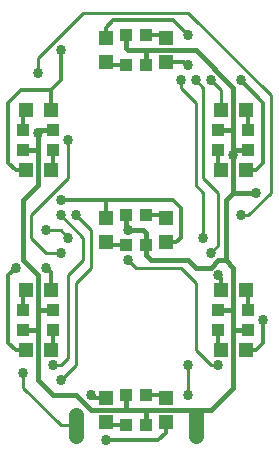
<source format=gtl>
G75*
G70*
%OFA0B0*%
%FSLAX24Y24*%
%IPPOS*%
%LPD*%
%AMOC8*
5,1,8,0,0,1.08239X$1,22.5*
%
%ADD10R,0.0472X0.0472*%
%ADD11R,0.0394X0.0433*%
%ADD12R,0.0433X0.0394*%
%ADD13C,0.0500*%
%ADD14C,0.0120*%
%ADD15C,0.0340*%
%ADD16C,0.0100*%
%ADD17C,0.0160*%
D10*
X012581Y005759D03*
X012581Y006586D03*
X014581Y006586D03*
X014581Y005759D03*
X016418Y008173D03*
X017244Y008173D03*
X017244Y010173D03*
X016418Y010173D03*
X014581Y011759D03*
X014581Y012586D03*
X012581Y012586D03*
X012581Y011759D03*
X010744Y010173D03*
X009918Y010173D03*
X009918Y008173D03*
X010744Y008173D03*
X010744Y014173D03*
X009918Y014173D03*
X009918Y016173D03*
X010744Y016173D03*
X012581Y017759D03*
X012581Y018586D03*
X014581Y018586D03*
X014581Y017759D03*
X016418Y016173D03*
X017244Y016173D03*
X017244Y014173D03*
X016418Y014173D03*
D11*
X016331Y014838D03*
X017331Y014838D03*
X017331Y015507D03*
X016331Y015507D03*
X010831Y015507D03*
X009831Y015507D03*
X009831Y014838D03*
X010831Y014838D03*
X010831Y009507D03*
X009831Y009507D03*
X009831Y008838D03*
X010831Y008838D03*
X016331Y008838D03*
X017331Y008838D03*
X017331Y009507D03*
X016331Y009507D03*
D12*
X013916Y011673D03*
X013246Y011673D03*
X013246Y012673D03*
X013916Y012673D03*
X013916Y017673D03*
X013246Y017673D03*
X013246Y018673D03*
X013916Y018673D03*
X013916Y006673D03*
X013246Y006673D03*
X013246Y005673D03*
X013916Y005673D03*
D13*
X015581Y005323D02*
X015581Y006023D01*
X011581Y006023D02*
X011581Y005323D01*
D14*
X012581Y005173D02*
X014331Y005173D01*
X014581Y005423D01*
X014581Y005759D01*
X013246Y005673D02*
X012581Y005673D01*
X012581Y005759D01*
X012581Y006586D02*
X012168Y006586D01*
X012081Y006673D01*
X013916Y006673D02*
X014581Y006673D01*
X014581Y006586D01*
X016331Y008173D02*
X016331Y008838D01*
X016331Y008173D02*
X016418Y008173D01*
X017244Y008173D02*
X017581Y008173D01*
X017831Y008423D01*
X017831Y009173D01*
X017331Y009507D02*
X017331Y010173D01*
X017244Y010173D01*
X016418Y010173D02*
X016418Y010586D01*
X016331Y010673D01*
X015081Y011923D02*
X014918Y011759D01*
X014581Y011759D01*
X015081Y011923D02*
X015081Y012923D01*
X014831Y013173D01*
X012581Y013173D01*
X011081Y013173D01*
X012581Y013173D02*
X012581Y012673D01*
X013916Y012673D02*
X014581Y012673D01*
X014581Y012586D01*
X013246Y011673D02*
X012581Y011673D01*
X012581Y011759D01*
X010744Y010759D02*
X010581Y010923D01*
X010744Y010759D02*
X010744Y010173D01*
X009918Y010173D02*
X009831Y010173D01*
X009831Y009507D01*
X010831Y008838D02*
X010831Y008173D01*
X010744Y008173D01*
X009918Y008173D02*
X009581Y008173D01*
X009331Y008423D01*
X009331Y010673D01*
X009581Y010923D01*
X009831Y008173D02*
X009918Y008173D01*
X009918Y014173D02*
X009581Y014173D01*
X009331Y014423D01*
X009331Y016423D01*
X009744Y016836D01*
X010744Y016836D01*
X011081Y017173D01*
X011081Y018173D01*
X012581Y018586D02*
X012581Y018923D01*
X012831Y019173D01*
X014831Y019173D01*
X015331Y018673D01*
X014581Y018673D02*
X014581Y018586D01*
X014581Y018673D02*
X013916Y018673D01*
X014581Y017759D02*
X015168Y017759D01*
X015254Y017673D01*
X015331Y017673D01*
X017081Y017173D02*
X017831Y016423D01*
X017831Y014423D01*
X017581Y014173D01*
X017244Y014173D01*
X016418Y014173D02*
X016331Y014173D01*
X016331Y014838D01*
X017331Y015507D02*
X017331Y016173D01*
X017244Y016173D01*
X013246Y017673D02*
X012581Y017673D01*
X012581Y017759D01*
X010744Y016836D02*
X010744Y016173D01*
X009918Y016173D02*
X009831Y016173D01*
X009831Y015507D01*
X010831Y014838D02*
X010831Y014173D01*
X010744Y014173D01*
D15*
X012581Y005173D03*
X012081Y006673D03*
X011081Y007173D03*
X010831Y007673D03*
X009831Y007423D03*
X015331Y007673D03*
X016331Y007673D03*
X015331Y006673D03*
X017831Y009173D03*
X016331Y010673D03*
X016081Y011423D03*
X015831Y011923D03*
X017081Y012673D03*
X017581Y013423D03*
X016831Y014673D03*
X011331Y015173D03*
X010331Y015423D03*
X010331Y017423D03*
X011081Y018173D03*
X015081Y017173D03*
X015581Y017173D03*
X016081Y017173D03*
X017081Y017173D03*
X015331Y017673D03*
X015331Y018673D03*
X011081Y013173D03*
X011081Y012673D03*
X011581Y012673D03*
X010581Y012173D03*
X011331Y011923D03*
X011081Y011423D03*
X010581Y010923D03*
X009581Y010923D03*
X013331Y011173D03*
X013331Y012173D03*
D16*
X012081Y012173D02*
X012081Y010923D01*
X011581Y010423D01*
X011581Y007673D01*
X011081Y007173D01*
X011081Y007673D02*
X010831Y007673D01*
X011081Y007673D02*
X011331Y007923D01*
X011331Y010673D01*
X011831Y011173D01*
X011831Y011923D01*
X011081Y012673D01*
X011581Y012673D02*
X012081Y012173D01*
X011331Y011923D02*
X011081Y012173D01*
X010581Y012173D01*
X010081Y011923D02*
X010081Y012673D01*
X011331Y013923D01*
X011331Y015173D01*
X015081Y016923D02*
X015081Y017173D01*
X015081Y016923D02*
X015581Y016423D01*
X015581Y013673D01*
X015831Y013423D01*
X015831Y011923D01*
X016331Y011673D02*
X016331Y013423D01*
X015831Y013923D01*
X015831Y016923D01*
X015581Y017173D01*
X016081Y017173D02*
X016418Y016836D01*
X016418Y016173D01*
X018081Y016673D02*
X015331Y019423D01*
X011831Y019423D01*
X010331Y017923D01*
X010331Y017423D01*
X018081Y016673D02*
X018081Y013423D01*
X017331Y012673D01*
X017081Y012673D01*
X016331Y011673D02*
X016081Y011423D01*
X015081Y010923D02*
X015581Y010423D01*
X015581Y008173D01*
X016081Y007673D01*
X016331Y007673D01*
X015331Y007673D02*
X015331Y006673D01*
X011581Y005673D02*
X011081Y005673D01*
X009831Y006923D01*
X009831Y007423D01*
X013331Y011173D02*
X013581Y010923D01*
X015081Y010923D01*
X011081Y011423D02*
X010581Y011423D01*
X010081Y011923D01*
D17*
X009831Y011173D02*
X010331Y010673D01*
X010331Y009507D01*
X010331Y008838D01*
X009831Y008838D01*
X010331Y008838D02*
X010331Y007173D01*
X010831Y006673D01*
X011581Y006673D01*
X012081Y006173D01*
X013246Y006173D01*
X013916Y006173D01*
X013916Y005673D01*
X013916Y006173D02*
X015581Y006173D01*
X015581Y005673D01*
X015581Y006173D02*
X016081Y006173D01*
X016831Y006923D01*
X016831Y008838D01*
X016831Y009507D01*
X016331Y009507D01*
X016831Y009507D02*
X016831Y010923D01*
X016581Y011173D01*
X016331Y011173D01*
X016081Y010923D01*
X015581Y010923D01*
X015331Y011173D01*
X014081Y011173D01*
X013916Y011338D01*
X013916Y011673D01*
X013916Y012088D01*
X013831Y012173D01*
X013331Y012173D01*
X013246Y012257D01*
X013246Y012673D01*
X012581Y012673D02*
X012581Y012586D01*
X010331Y013673D02*
X009831Y013173D01*
X009831Y011173D01*
X010331Y009507D02*
X010831Y009507D01*
X016581Y011173D02*
X016581Y013173D01*
X016831Y013423D01*
X017581Y013423D01*
X016831Y013423D02*
X016831Y014673D01*
X016831Y014838D01*
X016831Y015507D01*
X016331Y015507D01*
X016831Y015507D02*
X016831Y016923D01*
X015581Y018173D01*
X013916Y018173D01*
X013331Y018173D01*
X013246Y018257D01*
X013246Y018673D01*
X013916Y018173D02*
X013916Y017673D01*
X010831Y015507D02*
X010416Y015507D01*
X010331Y015423D01*
X010331Y014838D01*
X010331Y013673D01*
X010331Y014838D02*
X009831Y014838D01*
X016831Y014838D02*
X017331Y014838D01*
X017331Y008838D02*
X016831Y008838D01*
X013246Y006673D02*
X013246Y006173D01*
M02*

</source>
